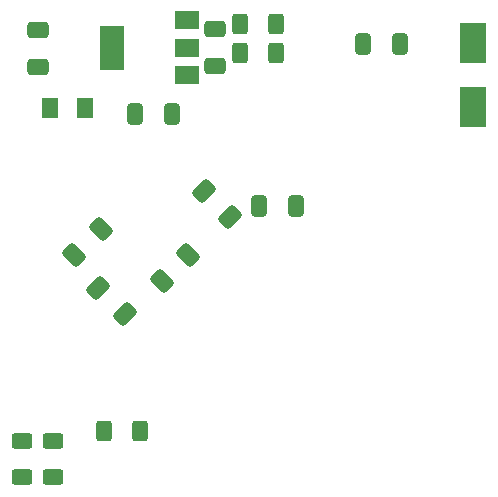
<source format=gbr>
%TF.GenerationSoftware,KiCad,Pcbnew,6.0.11-2627ca5db0~126~ubuntu20.04.1*%
%TF.CreationDate,2023-09-03T18:12:03+02:00*%
%TF.ProjectId,sboxnet-modul,73626f78-6e65-4742-9d6d-6f64756c2e6b,rev?*%
%TF.SameCoordinates,Original*%
%TF.FileFunction,Paste,Bot*%
%TF.FilePolarity,Positive*%
%FSLAX46Y46*%
G04 Gerber Fmt 4.6, Leading zero omitted, Abs format (unit mm)*
G04 Created by KiCad (PCBNEW 6.0.11-2627ca5db0~126~ubuntu20.04.1) date 2023-09-03 18:12:03*
%MOMM*%
%LPD*%
G01*
G04 APERTURE LIST*
G04 Aperture macros list*
%AMRoundRect*
0 Rectangle with rounded corners*
0 $1 Rounding radius*
0 $2 $3 $4 $5 $6 $7 $8 $9 X,Y pos of 4 corners*
0 Add a 4 corners polygon primitive as box body*
4,1,4,$2,$3,$4,$5,$6,$7,$8,$9,$2,$3,0*
0 Add four circle primitives for the rounded corners*
1,1,$1+$1,$2,$3*
1,1,$1+$1,$4,$5*
1,1,$1+$1,$6,$7*
1,1,$1+$1,$8,$9*
0 Add four rect primitives between the rounded corners*
20,1,$1+$1,$2,$3,$4,$5,0*
20,1,$1+$1,$4,$5,$6,$7,0*
20,1,$1+$1,$6,$7,$8,$9,0*
20,1,$1+$1,$8,$9,$2,$3,0*%
G04 Aperture macros list end*
%ADD10RoundRect,0.250000X0.400000X0.625000X-0.400000X0.625000X-0.400000X-0.625000X0.400000X-0.625000X0*%
%ADD11RoundRect,0.250000X-0.412500X-0.650000X0.412500X-0.650000X0.412500X0.650000X-0.412500X0.650000X0*%
%ADD12RoundRect,0.250000X0.167938X-0.751301X0.751301X-0.167938X-0.167938X0.751301X-0.751301X0.167938X0*%
%ADD13RoundRect,0.250001X0.462499X0.624999X-0.462499X0.624999X-0.462499X-0.624999X0.462499X-0.624999X0*%
%ADD14RoundRect,0.250000X0.751301X0.167938X0.167938X0.751301X-0.751301X-0.167938X-0.167938X-0.751301X0*%
%ADD15RoundRect,0.250000X-0.625000X0.400000X-0.625000X-0.400000X0.625000X-0.400000X0.625000X0.400000X0*%
%ADD16R,2.000000X1.500000*%
%ADD17R,2.000000X3.800000*%
%ADD18RoundRect,0.250000X0.412500X0.650000X-0.412500X0.650000X-0.412500X-0.650000X0.412500X-0.650000X0*%
%ADD19RoundRect,0.250000X0.650000X-0.412500X0.650000X0.412500X-0.650000X0.412500X-0.650000X-0.412500X0*%
%ADD20RoundRect,0.250000X-0.650000X0.412500X-0.650000X-0.412500X0.650000X-0.412500X0.650000X0.412500X0*%
%ADD21R,2.300000X3.500000*%
%ADD22RoundRect,0.250000X-0.167938X0.751301X-0.751301X0.167938X0.167938X-0.751301X0.751301X-0.167938X0*%
%ADD23RoundRect,0.250000X-0.751301X-0.167938X-0.167938X-0.751301X0.751301X0.167938X0.167938X0.751301X0*%
G04 APERTURE END LIST*
D10*
X105334400Y-81737200D03*
X102234400Y-81737200D03*
D11*
X112686700Y-80949800D03*
X115811700Y-80949800D03*
D12*
X95625146Y-101074854D03*
X97834854Y-98865146D03*
D13*
X89117500Y-86390000D03*
X86142500Y-86390000D03*
D14*
X101434854Y-95592854D03*
X99225146Y-93383146D03*
D15*
X83820000Y-114578200D03*
X83820000Y-117678200D03*
D16*
X97740000Y-78980000D03*
X97740000Y-81280000D03*
D17*
X91440000Y-81280000D03*
D16*
X97740000Y-83580000D03*
D18*
X96520000Y-86868665D03*
X93395000Y-86868665D03*
D19*
X100177600Y-82867900D03*
X100177600Y-79742900D03*
D15*
X86385400Y-114552800D03*
X86385400Y-117652800D03*
D10*
X93802800Y-113715800D03*
X90702800Y-113715800D03*
D20*
X85115400Y-79793700D03*
X85115400Y-82918700D03*
D21*
X121996200Y-80891400D03*
X121996200Y-86291400D03*
D18*
X106972500Y-94707286D03*
X103847500Y-94707286D03*
D22*
X90450000Y-96610000D03*
X88240292Y-98819708D03*
D23*
X90275146Y-101605146D03*
X92484854Y-103814854D03*
D10*
X105334400Y-79324200D03*
X102234400Y-79324200D03*
M02*

</source>
